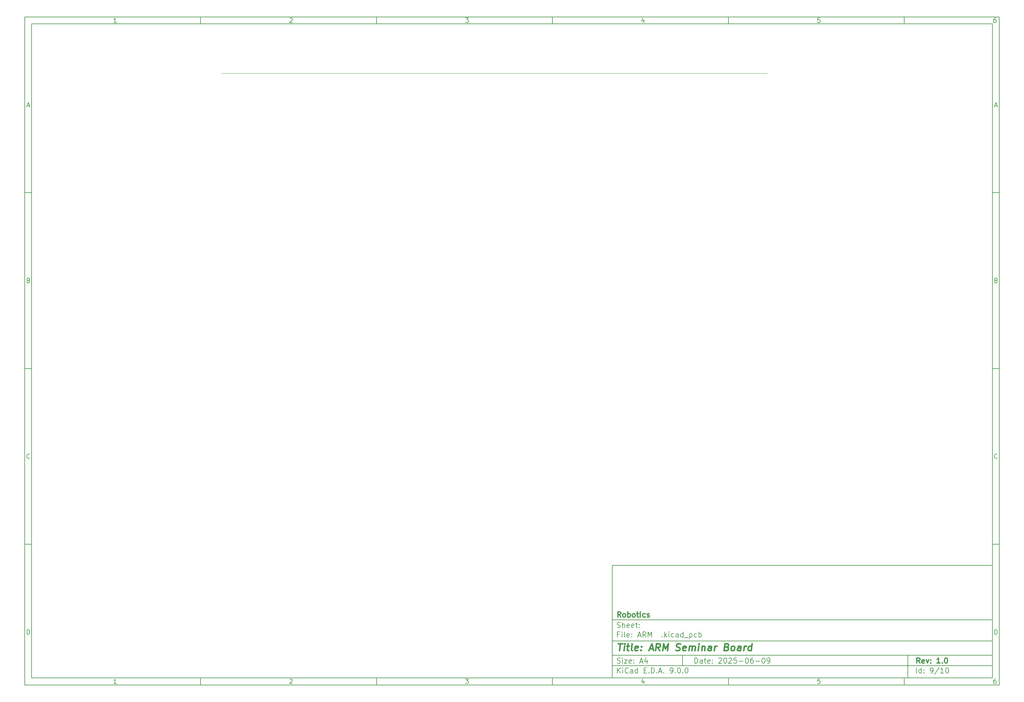
<source format=gbr>
G04 #@! TF.GenerationSoftware,KiCad,Pcbnew,9.0.0*
G04 #@! TF.CreationDate,2025-06-10T17:59:39+09:00*
G04 #@! TF.ProjectId,ARM ___ __,41524d20-38f8-4982-90f4-dc2e6b696361,1.0*
G04 #@! TF.SameCoordinates,Original*
G04 #@! TF.FileFunction,Other,ECO1*
%FSLAX46Y46*%
G04 Gerber Fmt 4.6, Leading zero omitted, Abs format (unit mm)*
G04 Created by KiCad (PCBNEW 9.0.0) date 2025-06-10 17:59:39*
%MOMM*%
%LPD*%
G01*
G04 APERTURE LIST*
%ADD10C,0.100000*%
%ADD11C,0.150000*%
%ADD12C,0.300000*%
%ADD13C,0.400000*%
G04 APERTURE END LIST*
D10*
D11*
X177002200Y-166007200D02*
X285002200Y-166007200D01*
X285002200Y-198007200D01*
X177002200Y-198007200D01*
X177002200Y-166007200D01*
D10*
D11*
X10000000Y-10000000D02*
X287002200Y-10000000D01*
X287002200Y-200007200D01*
X10000000Y-200007200D01*
X10000000Y-10000000D01*
D10*
D11*
X12000000Y-12000000D02*
X285002200Y-12000000D01*
X285002200Y-198007200D01*
X12000000Y-198007200D01*
X12000000Y-12000000D01*
D10*
D11*
X60000000Y-12000000D02*
X60000000Y-10000000D01*
D10*
D11*
X110000000Y-12000000D02*
X110000000Y-10000000D01*
D10*
D11*
X160000000Y-12000000D02*
X160000000Y-10000000D01*
D10*
D11*
X210000000Y-12000000D02*
X210000000Y-10000000D01*
D10*
D11*
X260000000Y-12000000D02*
X260000000Y-10000000D01*
D10*
D11*
X36089160Y-11593604D02*
X35346303Y-11593604D01*
X35717731Y-11593604D02*
X35717731Y-10293604D01*
X35717731Y-10293604D02*
X35593922Y-10479319D01*
X35593922Y-10479319D02*
X35470112Y-10603128D01*
X35470112Y-10603128D02*
X35346303Y-10665033D01*
D10*
D11*
X85346303Y-10417414D02*
X85408207Y-10355509D01*
X85408207Y-10355509D02*
X85532017Y-10293604D01*
X85532017Y-10293604D02*
X85841541Y-10293604D01*
X85841541Y-10293604D02*
X85965350Y-10355509D01*
X85965350Y-10355509D02*
X86027255Y-10417414D01*
X86027255Y-10417414D02*
X86089160Y-10541223D01*
X86089160Y-10541223D02*
X86089160Y-10665033D01*
X86089160Y-10665033D02*
X86027255Y-10850747D01*
X86027255Y-10850747D02*
X85284398Y-11593604D01*
X85284398Y-11593604D02*
X86089160Y-11593604D01*
D10*
D11*
X135284398Y-10293604D02*
X136089160Y-10293604D01*
X136089160Y-10293604D02*
X135655826Y-10788842D01*
X135655826Y-10788842D02*
X135841541Y-10788842D01*
X135841541Y-10788842D02*
X135965350Y-10850747D01*
X135965350Y-10850747D02*
X136027255Y-10912652D01*
X136027255Y-10912652D02*
X136089160Y-11036461D01*
X136089160Y-11036461D02*
X136089160Y-11345985D01*
X136089160Y-11345985D02*
X136027255Y-11469795D01*
X136027255Y-11469795D02*
X135965350Y-11531700D01*
X135965350Y-11531700D02*
X135841541Y-11593604D01*
X135841541Y-11593604D02*
X135470112Y-11593604D01*
X135470112Y-11593604D02*
X135346303Y-11531700D01*
X135346303Y-11531700D02*
X135284398Y-11469795D01*
D10*
D11*
X185965350Y-10726938D02*
X185965350Y-11593604D01*
X185655826Y-10231700D02*
X185346303Y-11160271D01*
X185346303Y-11160271D02*
X186151064Y-11160271D01*
D10*
D11*
X236027255Y-10293604D02*
X235408207Y-10293604D01*
X235408207Y-10293604D02*
X235346303Y-10912652D01*
X235346303Y-10912652D02*
X235408207Y-10850747D01*
X235408207Y-10850747D02*
X235532017Y-10788842D01*
X235532017Y-10788842D02*
X235841541Y-10788842D01*
X235841541Y-10788842D02*
X235965350Y-10850747D01*
X235965350Y-10850747D02*
X236027255Y-10912652D01*
X236027255Y-10912652D02*
X236089160Y-11036461D01*
X236089160Y-11036461D02*
X236089160Y-11345985D01*
X236089160Y-11345985D02*
X236027255Y-11469795D01*
X236027255Y-11469795D02*
X235965350Y-11531700D01*
X235965350Y-11531700D02*
X235841541Y-11593604D01*
X235841541Y-11593604D02*
X235532017Y-11593604D01*
X235532017Y-11593604D02*
X235408207Y-11531700D01*
X235408207Y-11531700D02*
X235346303Y-11469795D01*
D10*
D11*
X285965350Y-10293604D02*
X285717731Y-10293604D01*
X285717731Y-10293604D02*
X285593922Y-10355509D01*
X285593922Y-10355509D02*
X285532017Y-10417414D01*
X285532017Y-10417414D02*
X285408207Y-10603128D01*
X285408207Y-10603128D02*
X285346303Y-10850747D01*
X285346303Y-10850747D02*
X285346303Y-11345985D01*
X285346303Y-11345985D02*
X285408207Y-11469795D01*
X285408207Y-11469795D02*
X285470112Y-11531700D01*
X285470112Y-11531700D02*
X285593922Y-11593604D01*
X285593922Y-11593604D02*
X285841541Y-11593604D01*
X285841541Y-11593604D02*
X285965350Y-11531700D01*
X285965350Y-11531700D02*
X286027255Y-11469795D01*
X286027255Y-11469795D02*
X286089160Y-11345985D01*
X286089160Y-11345985D02*
X286089160Y-11036461D01*
X286089160Y-11036461D02*
X286027255Y-10912652D01*
X286027255Y-10912652D02*
X285965350Y-10850747D01*
X285965350Y-10850747D02*
X285841541Y-10788842D01*
X285841541Y-10788842D02*
X285593922Y-10788842D01*
X285593922Y-10788842D02*
X285470112Y-10850747D01*
X285470112Y-10850747D02*
X285408207Y-10912652D01*
X285408207Y-10912652D02*
X285346303Y-11036461D01*
D10*
D11*
X60000000Y-198007200D02*
X60000000Y-200007200D01*
D10*
D11*
X110000000Y-198007200D02*
X110000000Y-200007200D01*
D10*
D11*
X160000000Y-198007200D02*
X160000000Y-200007200D01*
D10*
D11*
X210000000Y-198007200D02*
X210000000Y-200007200D01*
D10*
D11*
X260000000Y-198007200D02*
X260000000Y-200007200D01*
D10*
D11*
X36089160Y-199600804D02*
X35346303Y-199600804D01*
X35717731Y-199600804D02*
X35717731Y-198300804D01*
X35717731Y-198300804D02*
X35593922Y-198486519D01*
X35593922Y-198486519D02*
X35470112Y-198610328D01*
X35470112Y-198610328D02*
X35346303Y-198672233D01*
D10*
D11*
X85346303Y-198424614D02*
X85408207Y-198362709D01*
X85408207Y-198362709D02*
X85532017Y-198300804D01*
X85532017Y-198300804D02*
X85841541Y-198300804D01*
X85841541Y-198300804D02*
X85965350Y-198362709D01*
X85965350Y-198362709D02*
X86027255Y-198424614D01*
X86027255Y-198424614D02*
X86089160Y-198548423D01*
X86089160Y-198548423D02*
X86089160Y-198672233D01*
X86089160Y-198672233D02*
X86027255Y-198857947D01*
X86027255Y-198857947D02*
X85284398Y-199600804D01*
X85284398Y-199600804D02*
X86089160Y-199600804D01*
D10*
D11*
X135284398Y-198300804D02*
X136089160Y-198300804D01*
X136089160Y-198300804D02*
X135655826Y-198796042D01*
X135655826Y-198796042D02*
X135841541Y-198796042D01*
X135841541Y-198796042D02*
X135965350Y-198857947D01*
X135965350Y-198857947D02*
X136027255Y-198919852D01*
X136027255Y-198919852D02*
X136089160Y-199043661D01*
X136089160Y-199043661D02*
X136089160Y-199353185D01*
X136089160Y-199353185D02*
X136027255Y-199476995D01*
X136027255Y-199476995D02*
X135965350Y-199538900D01*
X135965350Y-199538900D02*
X135841541Y-199600804D01*
X135841541Y-199600804D02*
X135470112Y-199600804D01*
X135470112Y-199600804D02*
X135346303Y-199538900D01*
X135346303Y-199538900D02*
X135284398Y-199476995D01*
D10*
D11*
X185965350Y-198734138D02*
X185965350Y-199600804D01*
X185655826Y-198238900D02*
X185346303Y-199167471D01*
X185346303Y-199167471D02*
X186151064Y-199167471D01*
D10*
D11*
X236027255Y-198300804D02*
X235408207Y-198300804D01*
X235408207Y-198300804D02*
X235346303Y-198919852D01*
X235346303Y-198919852D02*
X235408207Y-198857947D01*
X235408207Y-198857947D02*
X235532017Y-198796042D01*
X235532017Y-198796042D02*
X235841541Y-198796042D01*
X235841541Y-198796042D02*
X235965350Y-198857947D01*
X235965350Y-198857947D02*
X236027255Y-198919852D01*
X236027255Y-198919852D02*
X236089160Y-199043661D01*
X236089160Y-199043661D02*
X236089160Y-199353185D01*
X236089160Y-199353185D02*
X236027255Y-199476995D01*
X236027255Y-199476995D02*
X235965350Y-199538900D01*
X235965350Y-199538900D02*
X235841541Y-199600804D01*
X235841541Y-199600804D02*
X235532017Y-199600804D01*
X235532017Y-199600804D02*
X235408207Y-199538900D01*
X235408207Y-199538900D02*
X235346303Y-199476995D01*
D10*
D11*
X285965350Y-198300804D02*
X285717731Y-198300804D01*
X285717731Y-198300804D02*
X285593922Y-198362709D01*
X285593922Y-198362709D02*
X285532017Y-198424614D01*
X285532017Y-198424614D02*
X285408207Y-198610328D01*
X285408207Y-198610328D02*
X285346303Y-198857947D01*
X285346303Y-198857947D02*
X285346303Y-199353185D01*
X285346303Y-199353185D02*
X285408207Y-199476995D01*
X285408207Y-199476995D02*
X285470112Y-199538900D01*
X285470112Y-199538900D02*
X285593922Y-199600804D01*
X285593922Y-199600804D02*
X285841541Y-199600804D01*
X285841541Y-199600804D02*
X285965350Y-199538900D01*
X285965350Y-199538900D02*
X286027255Y-199476995D01*
X286027255Y-199476995D02*
X286089160Y-199353185D01*
X286089160Y-199353185D02*
X286089160Y-199043661D01*
X286089160Y-199043661D02*
X286027255Y-198919852D01*
X286027255Y-198919852D02*
X285965350Y-198857947D01*
X285965350Y-198857947D02*
X285841541Y-198796042D01*
X285841541Y-198796042D02*
X285593922Y-198796042D01*
X285593922Y-198796042D02*
X285470112Y-198857947D01*
X285470112Y-198857947D02*
X285408207Y-198919852D01*
X285408207Y-198919852D02*
X285346303Y-199043661D01*
D10*
D11*
X10000000Y-60000000D02*
X12000000Y-60000000D01*
D10*
D11*
X10000000Y-110000000D02*
X12000000Y-110000000D01*
D10*
D11*
X10000000Y-160000000D02*
X12000000Y-160000000D01*
D10*
D11*
X10690476Y-35222176D02*
X11309523Y-35222176D01*
X10566666Y-35593604D02*
X10999999Y-34293604D01*
X10999999Y-34293604D02*
X11433333Y-35593604D01*
D10*
D11*
X11092857Y-84912652D02*
X11278571Y-84974557D01*
X11278571Y-84974557D02*
X11340476Y-85036461D01*
X11340476Y-85036461D02*
X11402380Y-85160271D01*
X11402380Y-85160271D02*
X11402380Y-85345985D01*
X11402380Y-85345985D02*
X11340476Y-85469795D01*
X11340476Y-85469795D02*
X11278571Y-85531700D01*
X11278571Y-85531700D02*
X11154761Y-85593604D01*
X11154761Y-85593604D02*
X10659523Y-85593604D01*
X10659523Y-85593604D02*
X10659523Y-84293604D01*
X10659523Y-84293604D02*
X11092857Y-84293604D01*
X11092857Y-84293604D02*
X11216666Y-84355509D01*
X11216666Y-84355509D02*
X11278571Y-84417414D01*
X11278571Y-84417414D02*
X11340476Y-84541223D01*
X11340476Y-84541223D02*
X11340476Y-84665033D01*
X11340476Y-84665033D02*
X11278571Y-84788842D01*
X11278571Y-84788842D02*
X11216666Y-84850747D01*
X11216666Y-84850747D02*
X11092857Y-84912652D01*
X11092857Y-84912652D02*
X10659523Y-84912652D01*
D10*
D11*
X11402380Y-135469795D02*
X11340476Y-135531700D01*
X11340476Y-135531700D02*
X11154761Y-135593604D01*
X11154761Y-135593604D02*
X11030952Y-135593604D01*
X11030952Y-135593604D02*
X10845238Y-135531700D01*
X10845238Y-135531700D02*
X10721428Y-135407890D01*
X10721428Y-135407890D02*
X10659523Y-135284080D01*
X10659523Y-135284080D02*
X10597619Y-135036461D01*
X10597619Y-135036461D02*
X10597619Y-134850747D01*
X10597619Y-134850747D02*
X10659523Y-134603128D01*
X10659523Y-134603128D02*
X10721428Y-134479319D01*
X10721428Y-134479319D02*
X10845238Y-134355509D01*
X10845238Y-134355509D02*
X11030952Y-134293604D01*
X11030952Y-134293604D02*
X11154761Y-134293604D01*
X11154761Y-134293604D02*
X11340476Y-134355509D01*
X11340476Y-134355509D02*
X11402380Y-134417414D01*
D10*
D11*
X10659523Y-185593604D02*
X10659523Y-184293604D01*
X10659523Y-184293604D02*
X10969047Y-184293604D01*
X10969047Y-184293604D02*
X11154761Y-184355509D01*
X11154761Y-184355509D02*
X11278571Y-184479319D01*
X11278571Y-184479319D02*
X11340476Y-184603128D01*
X11340476Y-184603128D02*
X11402380Y-184850747D01*
X11402380Y-184850747D02*
X11402380Y-185036461D01*
X11402380Y-185036461D02*
X11340476Y-185284080D01*
X11340476Y-185284080D02*
X11278571Y-185407890D01*
X11278571Y-185407890D02*
X11154761Y-185531700D01*
X11154761Y-185531700D02*
X10969047Y-185593604D01*
X10969047Y-185593604D02*
X10659523Y-185593604D01*
D10*
D11*
X287002200Y-60000000D02*
X285002200Y-60000000D01*
D10*
D11*
X287002200Y-110000000D02*
X285002200Y-110000000D01*
D10*
D11*
X287002200Y-160000000D02*
X285002200Y-160000000D01*
D10*
D11*
X285692676Y-35222176D02*
X286311723Y-35222176D01*
X285568866Y-35593604D02*
X286002199Y-34293604D01*
X286002199Y-34293604D02*
X286435533Y-35593604D01*
D10*
D11*
X286095057Y-84912652D02*
X286280771Y-84974557D01*
X286280771Y-84974557D02*
X286342676Y-85036461D01*
X286342676Y-85036461D02*
X286404580Y-85160271D01*
X286404580Y-85160271D02*
X286404580Y-85345985D01*
X286404580Y-85345985D02*
X286342676Y-85469795D01*
X286342676Y-85469795D02*
X286280771Y-85531700D01*
X286280771Y-85531700D02*
X286156961Y-85593604D01*
X286156961Y-85593604D02*
X285661723Y-85593604D01*
X285661723Y-85593604D02*
X285661723Y-84293604D01*
X285661723Y-84293604D02*
X286095057Y-84293604D01*
X286095057Y-84293604D02*
X286218866Y-84355509D01*
X286218866Y-84355509D02*
X286280771Y-84417414D01*
X286280771Y-84417414D02*
X286342676Y-84541223D01*
X286342676Y-84541223D02*
X286342676Y-84665033D01*
X286342676Y-84665033D02*
X286280771Y-84788842D01*
X286280771Y-84788842D02*
X286218866Y-84850747D01*
X286218866Y-84850747D02*
X286095057Y-84912652D01*
X286095057Y-84912652D02*
X285661723Y-84912652D01*
D10*
D11*
X286404580Y-135469795D02*
X286342676Y-135531700D01*
X286342676Y-135531700D02*
X286156961Y-135593604D01*
X286156961Y-135593604D02*
X286033152Y-135593604D01*
X286033152Y-135593604D02*
X285847438Y-135531700D01*
X285847438Y-135531700D02*
X285723628Y-135407890D01*
X285723628Y-135407890D02*
X285661723Y-135284080D01*
X285661723Y-135284080D02*
X285599819Y-135036461D01*
X285599819Y-135036461D02*
X285599819Y-134850747D01*
X285599819Y-134850747D02*
X285661723Y-134603128D01*
X285661723Y-134603128D02*
X285723628Y-134479319D01*
X285723628Y-134479319D02*
X285847438Y-134355509D01*
X285847438Y-134355509D02*
X286033152Y-134293604D01*
X286033152Y-134293604D02*
X286156961Y-134293604D01*
X286156961Y-134293604D02*
X286342676Y-134355509D01*
X286342676Y-134355509D02*
X286404580Y-134417414D01*
D10*
D11*
X285661723Y-185593604D02*
X285661723Y-184293604D01*
X285661723Y-184293604D02*
X285971247Y-184293604D01*
X285971247Y-184293604D02*
X286156961Y-184355509D01*
X286156961Y-184355509D02*
X286280771Y-184479319D01*
X286280771Y-184479319D02*
X286342676Y-184603128D01*
X286342676Y-184603128D02*
X286404580Y-184850747D01*
X286404580Y-184850747D02*
X286404580Y-185036461D01*
X286404580Y-185036461D02*
X286342676Y-185284080D01*
X286342676Y-185284080D02*
X286280771Y-185407890D01*
X286280771Y-185407890D02*
X286156961Y-185531700D01*
X286156961Y-185531700D02*
X285971247Y-185593604D01*
X285971247Y-185593604D02*
X285661723Y-185593604D01*
D10*
D11*
X200458026Y-193793328D02*
X200458026Y-192293328D01*
X200458026Y-192293328D02*
X200815169Y-192293328D01*
X200815169Y-192293328D02*
X201029455Y-192364757D01*
X201029455Y-192364757D02*
X201172312Y-192507614D01*
X201172312Y-192507614D02*
X201243741Y-192650471D01*
X201243741Y-192650471D02*
X201315169Y-192936185D01*
X201315169Y-192936185D02*
X201315169Y-193150471D01*
X201315169Y-193150471D02*
X201243741Y-193436185D01*
X201243741Y-193436185D02*
X201172312Y-193579042D01*
X201172312Y-193579042D02*
X201029455Y-193721900D01*
X201029455Y-193721900D02*
X200815169Y-193793328D01*
X200815169Y-193793328D02*
X200458026Y-193793328D01*
X202600884Y-193793328D02*
X202600884Y-193007614D01*
X202600884Y-193007614D02*
X202529455Y-192864757D01*
X202529455Y-192864757D02*
X202386598Y-192793328D01*
X202386598Y-192793328D02*
X202100884Y-192793328D01*
X202100884Y-192793328D02*
X201958026Y-192864757D01*
X202600884Y-193721900D02*
X202458026Y-193793328D01*
X202458026Y-193793328D02*
X202100884Y-193793328D01*
X202100884Y-193793328D02*
X201958026Y-193721900D01*
X201958026Y-193721900D02*
X201886598Y-193579042D01*
X201886598Y-193579042D02*
X201886598Y-193436185D01*
X201886598Y-193436185D02*
X201958026Y-193293328D01*
X201958026Y-193293328D02*
X202100884Y-193221900D01*
X202100884Y-193221900D02*
X202458026Y-193221900D01*
X202458026Y-193221900D02*
X202600884Y-193150471D01*
X203100884Y-192793328D02*
X203672312Y-192793328D01*
X203315169Y-192293328D02*
X203315169Y-193579042D01*
X203315169Y-193579042D02*
X203386598Y-193721900D01*
X203386598Y-193721900D02*
X203529455Y-193793328D01*
X203529455Y-193793328D02*
X203672312Y-193793328D01*
X204743741Y-193721900D02*
X204600884Y-193793328D01*
X204600884Y-193793328D02*
X204315170Y-193793328D01*
X204315170Y-193793328D02*
X204172312Y-193721900D01*
X204172312Y-193721900D02*
X204100884Y-193579042D01*
X204100884Y-193579042D02*
X204100884Y-193007614D01*
X204100884Y-193007614D02*
X204172312Y-192864757D01*
X204172312Y-192864757D02*
X204315170Y-192793328D01*
X204315170Y-192793328D02*
X204600884Y-192793328D01*
X204600884Y-192793328D02*
X204743741Y-192864757D01*
X204743741Y-192864757D02*
X204815170Y-193007614D01*
X204815170Y-193007614D02*
X204815170Y-193150471D01*
X204815170Y-193150471D02*
X204100884Y-193293328D01*
X205458026Y-193650471D02*
X205529455Y-193721900D01*
X205529455Y-193721900D02*
X205458026Y-193793328D01*
X205458026Y-193793328D02*
X205386598Y-193721900D01*
X205386598Y-193721900D02*
X205458026Y-193650471D01*
X205458026Y-193650471D02*
X205458026Y-193793328D01*
X205458026Y-192864757D02*
X205529455Y-192936185D01*
X205529455Y-192936185D02*
X205458026Y-193007614D01*
X205458026Y-193007614D02*
X205386598Y-192936185D01*
X205386598Y-192936185D02*
X205458026Y-192864757D01*
X205458026Y-192864757D02*
X205458026Y-193007614D01*
X207243741Y-192436185D02*
X207315169Y-192364757D01*
X207315169Y-192364757D02*
X207458027Y-192293328D01*
X207458027Y-192293328D02*
X207815169Y-192293328D01*
X207815169Y-192293328D02*
X207958027Y-192364757D01*
X207958027Y-192364757D02*
X208029455Y-192436185D01*
X208029455Y-192436185D02*
X208100884Y-192579042D01*
X208100884Y-192579042D02*
X208100884Y-192721900D01*
X208100884Y-192721900D02*
X208029455Y-192936185D01*
X208029455Y-192936185D02*
X207172312Y-193793328D01*
X207172312Y-193793328D02*
X208100884Y-193793328D01*
X209029455Y-192293328D02*
X209172312Y-192293328D01*
X209172312Y-192293328D02*
X209315169Y-192364757D01*
X209315169Y-192364757D02*
X209386598Y-192436185D01*
X209386598Y-192436185D02*
X209458026Y-192579042D01*
X209458026Y-192579042D02*
X209529455Y-192864757D01*
X209529455Y-192864757D02*
X209529455Y-193221900D01*
X209529455Y-193221900D02*
X209458026Y-193507614D01*
X209458026Y-193507614D02*
X209386598Y-193650471D01*
X209386598Y-193650471D02*
X209315169Y-193721900D01*
X209315169Y-193721900D02*
X209172312Y-193793328D01*
X209172312Y-193793328D02*
X209029455Y-193793328D01*
X209029455Y-193793328D02*
X208886598Y-193721900D01*
X208886598Y-193721900D02*
X208815169Y-193650471D01*
X208815169Y-193650471D02*
X208743740Y-193507614D01*
X208743740Y-193507614D02*
X208672312Y-193221900D01*
X208672312Y-193221900D02*
X208672312Y-192864757D01*
X208672312Y-192864757D02*
X208743740Y-192579042D01*
X208743740Y-192579042D02*
X208815169Y-192436185D01*
X208815169Y-192436185D02*
X208886598Y-192364757D01*
X208886598Y-192364757D02*
X209029455Y-192293328D01*
X210100883Y-192436185D02*
X210172311Y-192364757D01*
X210172311Y-192364757D02*
X210315169Y-192293328D01*
X210315169Y-192293328D02*
X210672311Y-192293328D01*
X210672311Y-192293328D02*
X210815169Y-192364757D01*
X210815169Y-192364757D02*
X210886597Y-192436185D01*
X210886597Y-192436185D02*
X210958026Y-192579042D01*
X210958026Y-192579042D02*
X210958026Y-192721900D01*
X210958026Y-192721900D02*
X210886597Y-192936185D01*
X210886597Y-192936185D02*
X210029454Y-193793328D01*
X210029454Y-193793328D02*
X210958026Y-193793328D01*
X212315168Y-192293328D02*
X211600882Y-192293328D01*
X211600882Y-192293328D02*
X211529454Y-193007614D01*
X211529454Y-193007614D02*
X211600882Y-192936185D01*
X211600882Y-192936185D02*
X211743740Y-192864757D01*
X211743740Y-192864757D02*
X212100882Y-192864757D01*
X212100882Y-192864757D02*
X212243740Y-192936185D01*
X212243740Y-192936185D02*
X212315168Y-193007614D01*
X212315168Y-193007614D02*
X212386597Y-193150471D01*
X212386597Y-193150471D02*
X212386597Y-193507614D01*
X212386597Y-193507614D02*
X212315168Y-193650471D01*
X212315168Y-193650471D02*
X212243740Y-193721900D01*
X212243740Y-193721900D02*
X212100882Y-193793328D01*
X212100882Y-193793328D02*
X211743740Y-193793328D01*
X211743740Y-193793328D02*
X211600882Y-193721900D01*
X211600882Y-193721900D02*
X211529454Y-193650471D01*
X213029453Y-193221900D02*
X214172311Y-193221900D01*
X215172311Y-192293328D02*
X215315168Y-192293328D01*
X215315168Y-192293328D02*
X215458025Y-192364757D01*
X215458025Y-192364757D02*
X215529454Y-192436185D01*
X215529454Y-192436185D02*
X215600882Y-192579042D01*
X215600882Y-192579042D02*
X215672311Y-192864757D01*
X215672311Y-192864757D02*
X215672311Y-193221900D01*
X215672311Y-193221900D02*
X215600882Y-193507614D01*
X215600882Y-193507614D02*
X215529454Y-193650471D01*
X215529454Y-193650471D02*
X215458025Y-193721900D01*
X215458025Y-193721900D02*
X215315168Y-193793328D01*
X215315168Y-193793328D02*
X215172311Y-193793328D01*
X215172311Y-193793328D02*
X215029454Y-193721900D01*
X215029454Y-193721900D02*
X214958025Y-193650471D01*
X214958025Y-193650471D02*
X214886596Y-193507614D01*
X214886596Y-193507614D02*
X214815168Y-193221900D01*
X214815168Y-193221900D02*
X214815168Y-192864757D01*
X214815168Y-192864757D02*
X214886596Y-192579042D01*
X214886596Y-192579042D02*
X214958025Y-192436185D01*
X214958025Y-192436185D02*
X215029454Y-192364757D01*
X215029454Y-192364757D02*
X215172311Y-192293328D01*
X216958025Y-192293328D02*
X216672310Y-192293328D01*
X216672310Y-192293328D02*
X216529453Y-192364757D01*
X216529453Y-192364757D02*
X216458025Y-192436185D01*
X216458025Y-192436185D02*
X216315167Y-192650471D01*
X216315167Y-192650471D02*
X216243739Y-192936185D01*
X216243739Y-192936185D02*
X216243739Y-193507614D01*
X216243739Y-193507614D02*
X216315167Y-193650471D01*
X216315167Y-193650471D02*
X216386596Y-193721900D01*
X216386596Y-193721900D02*
X216529453Y-193793328D01*
X216529453Y-193793328D02*
X216815167Y-193793328D01*
X216815167Y-193793328D02*
X216958025Y-193721900D01*
X216958025Y-193721900D02*
X217029453Y-193650471D01*
X217029453Y-193650471D02*
X217100882Y-193507614D01*
X217100882Y-193507614D02*
X217100882Y-193150471D01*
X217100882Y-193150471D02*
X217029453Y-193007614D01*
X217029453Y-193007614D02*
X216958025Y-192936185D01*
X216958025Y-192936185D02*
X216815167Y-192864757D01*
X216815167Y-192864757D02*
X216529453Y-192864757D01*
X216529453Y-192864757D02*
X216386596Y-192936185D01*
X216386596Y-192936185D02*
X216315167Y-193007614D01*
X216315167Y-193007614D02*
X216243739Y-193150471D01*
X217743738Y-193221900D02*
X218886596Y-193221900D01*
X219886596Y-192293328D02*
X220029453Y-192293328D01*
X220029453Y-192293328D02*
X220172310Y-192364757D01*
X220172310Y-192364757D02*
X220243739Y-192436185D01*
X220243739Y-192436185D02*
X220315167Y-192579042D01*
X220315167Y-192579042D02*
X220386596Y-192864757D01*
X220386596Y-192864757D02*
X220386596Y-193221900D01*
X220386596Y-193221900D02*
X220315167Y-193507614D01*
X220315167Y-193507614D02*
X220243739Y-193650471D01*
X220243739Y-193650471D02*
X220172310Y-193721900D01*
X220172310Y-193721900D02*
X220029453Y-193793328D01*
X220029453Y-193793328D02*
X219886596Y-193793328D01*
X219886596Y-193793328D02*
X219743739Y-193721900D01*
X219743739Y-193721900D02*
X219672310Y-193650471D01*
X219672310Y-193650471D02*
X219600881Y-193507614D01*
X219600881Y-193507614D02*
X219529453Y-193221900D01*
X219529453Y-193221900D02*
X219529453Y-192864757D01*
X219529453Y-192864757D02*
X219600881Y-192579042D01*
X219600881Y-192579042D02*
X219672310Y-192436185D01*
X219672310Y-192436185D02*
X219743739Y-192364757D01*
X219743739Y-192364757D02*
X219886596Y-192293328D01*
X221100881Y-193793328D02*
X221386595Y-193793328D01*
X221386595Y-193793328D02*
X221529452Y-193721900D01*
X221529452Y-193721900D02*
X221600881Y-193650471D01*
X221600881Y-193650471D02*
X221743738Y-193436185D01*
X221743738Y-193436185D02*
X221815167Y-193150471D01*
X221815167Y-193150471D02*
X221815167Y-192579042D01*
X221815167Y-192579042D02*
X221743738Y-192436185D01*
X221743738Y-192436185D02*
X221672310Y-192364757D01*
X221672310Y-192364757D02*
X221529452Y-192293328D01*
X221529452Y-192293328D02*
X221243738Y-192293328D01*
X221243738Y-192293328D02*
X221100881Y-192364757D01*
X221100881Y-192364757D02*
X221029452Y-192436185D01*
X221029452Y-192436185D02*
X220958024Y-192579042D01*
X220958024Y-192579042D02*
X220958024Y-192936185D01*
X220958024Y-192936185D02*
X221029452Y-193079042D01*
X221029452Y-193079042D02*
X221100881Y-193150471D01*
X221100881Y-193150471D02*
X221243738Y-193221900D01*
X221243738Y-193221900D02*
X221529452Y-193221900D01*
X221529452Y-193221900D02*
X221672310Y-193150471D01*
X221672310Y-193150471D02*
X221743738Y-193079042D01*
X221743738Y-193079042D02*
X221815167Y-192936185D01*
D10*
D11*
X177002200Y-194507200D02*
X285002200Y-194507200D01*
D10*
D11*
X178458026Y-196593328D02*
X178458026Y-195093328D01*
X179315169Y-196593328D02*
X178672312Y-195736185D01*
X179315169Y-195093328D02*
X178458026Y-195950471D01*
X179958026Y-196593328D02*
X179958026Y-195593328D01*
X179958026Y-195093328D02*
X179886598Y-195164757D01*
X179886598Y-195164757D02*
X179958026Y-195236185D01*
X179958026Y-195236185D02*
X180029455Y-195164757D01*
X180029455Y-195164757D02*
X179958026Y-195093328D01*
X179958026Y-195093328D02*
X179958026Y-195236185D01*
X181529455Y-196450471D02*
X181458027Y-196521900D01*
X181458027Y-196521900D02*
X181243741Y-196593328D01*
X181243741Y-196593328D02*
X181100884Y-196593328D01*
X181100884Y-196593328D02*
X180886598Y-196521900D01*
X180886598Y-196521900D02*
X180743741Y-196379042D01*
X180743741Y-196379042D02*
X180672312Y-196236185D01*
X180672312Y-196236185D02*
X180600884Y-195950471D01*
X180600884Y-195950471D02*
X180600884Y-195736185D01*
X180600884Y-195736185D02*
X180672312Y-195450471D01*
X180672312Y-195450471D02*
X180743741Y-195307614D01*
X180743741Y-195307614D02*
X180886598Y-195164757D01*
X180886598Y-195164757D02*
X181100884Y-195093328D01*
X181100884Y-195093328D02*
X181243741Y-195093328D01*
X181243741Y-195093328D02*
X181458027Y-195164757D01*
X181458027Y-195164757D02*
X181529455Y-195236185D01*
X182815170Y-196593328D02*
X182815170Y-195807614D01*
X182815170Y-195807614D02*
X182743741Y-195664757D01*
X182743741Y-195664757D02*
X182600884Y-195593328D01*
X182600884Y-195593328D02*
X182315170Y-195593328D01*
X182315170Y-195593328D02*
X182172312Y-195664757D01*
X182815170Y-196521900D02*
X182672312Y-196593328D01*
X182672312Y-196593328D02*
X182315170Y-196593328D01*
X182315170Y-196593328D02*
X182172312Y-196521900D01*
X182172312Y-196521900D02*
X182100884Y-196379042D01*
X182100884Y-196379042D02*
X182100884Y-196236185D01*
X182100884Y-196236185D02*
X182172312Y-196093328D01*
X182172312Y-196093328D02*
X182315170Y-196021900D01*
X182315170Y-196021900D02*
X182672312Y-196021900D01*
X182672312Y-196021900D02*
X182815170Y-195950471D01*
X184172313Y-196593328D02*
X184172313Y-195093328D01*
X184172313Y-196521900D02*
X184029455Y-196593328D01*
X184029455Y-196593328D02*
X183743741Y-196593328D01*
X183743741Y-196593328D02*
X183600884Y-196521900D01*
X183600884Y-196521900D02*
X183529455Y-196450471D01*
X183529455Y-196450471D02*
X183458027Y-196307614D01*
X183458027Y-196307614D02*
X183458027Y-195879042D01*
X183458027Y-195879042D02*
X183529455Y-195736185D01*
X183529455Y-195736185D02*
X183600884Y-195664757D01*
X183600884Y-195664757D02*
X183743741Y-195593328D01*
X183743741Y-195593328D02*
X184029455Y-195593328D01*
X184029455Y-195593328D02*
X184172313Y-195664757D01*
X186029455Y-195807614D02*
X186529455Y-195807614D01*
X186743741Y-196593328D02*
X186029455Y-196593328D01*
X186029455Y-196593328D02*
X186029455Y-195093328D01*
X186029455Y-195093328D02*
X186743741Y-195093328D01*
X187386598Y-196450471D02*
X187458027Y-196521900D01*
X187458027Y-196521900D02*
X187386598Y-196593328D01*
X187386598Y-196593328D02*
X187315170Y-196521900D01*
X187315170Y-196521900D02*
X187386598Y-196450471D01*
X187386598Y-196450471D02*
X187386598Y-196593328D01*
X188100884Y-196593328D02*
X188100884Y-195093328D01*
X188100884Y-195093328D02*
X188458027Y-195093328D01*
X188458027Y-195093328D02*
X188672313Y-195164757D01*
X188672313Y-195164757D02*
X188815170Y-195307614D01*
X188815170Y-195307614D02*
X188886599Y-195450471D01*
X188886599Y-195450471D02*
X188958027Y-195736185D01*
X188958027Y-195736185D02*
X188958027Y-195950471D01*
X188958027Y-195950471D02*
X188886599Y-196236185D01*
X188886599Y-196236185D02*
X188815170Y-196379042D01*
X188815170Y-196379042D02*
X188672313Y-196521900D01*
X188672313Y-196521900D02*
X188458027Y-196593328D01*
X188458027Y-196593328D02*
X188100884Y-196593328D01*
X189600884Y-196450471D02*
X189672313Y-196521900D01*
X189672313Y-196521900D02*
X189600884Y-196593328D01*
X189600884Y-196593328D02*
X189529456Y-196521900D01*
X189529456Y-196521900D02*
X189600884Y-196450471D01*
X189600884Y-196450471D02*
X189600884Y-196593328D01*
X190243742Y-196164757D02*
X190958028Y-196164757D01*
X190100885Y-196593328D02*
X190600885Y-195093328D01*
X190600885Y-195093328D02*
X191100885Y-196593328D01*
X191600884Y-196450471D02*
X191672313Y-196521900D01*
X191672313Y-196521900D02*
X191600884Y-196593328D01*
X191600884Y-196593328D02*
X191529456Y-196521900D01*
X191529456Y-196521900D02*
X191600884Y-196450471D01*
X191600884Y-196450471D02*
X191600884Y-196593328D01*
X193529456Y-196593328D02*
X193815170Y-196593328D01*
X193815170Y-196593328D02*
X193958027Y-196521900D01*
X193958027Y-196521900D02*
X194029456Y-196450471D01*
X194029456Y-196450471D02*
X194172313Y-196236185D01*
X194172313Y-196236185D02*
X194243742Y-195950471D01*
X194243742Y-195950471D02*
X194243742Y-195379042D01*
X194243742Y-195379042D02*
X194172313Y-195236185D01*
X194172313Y-195236185D02*
X194100885Y-195164757D01*
X194100885Y-195164757D02*
X193958027Y-195093328D01*
X193958027Y-195093328D02*
X193672313Y-195093328D01*
X193672313Y-195093328D02*
X193529456Y-195164757D01*
X193529456Y-195164757D02*
X193458027Y-195236185D01*
X193458027Y-195236185D02*
X193386599Y-195379042D01*
X193386599Y-195379042D02*
X193386599Y-195736185D01*
X193386599Y-195736185D02*
X193458027Y-195879042D01*
X193458027Y-195879042D02*
X193529456Y-195950471D01*
X193529456Y-195950471D02*
X193672313Y-196021900D01*
X193672313Y-196021900D02*
X193958027Y-196021900D01*
X193958027Y-196021900D02*
X194100885Y-195950471D01*
X194100885Y-195950471D02*
X194172313Y-195879042D01*
X194172313Y-195879042D02*
X194243742Y-195736185D01*
X194886598Y-196450471D02*
X194958027Y-196521900D01*
X194958027Y-196521900D02*
X194886598Y-196593328D01*
X194886598Y-196593328D02*
X194815170Y-196521900D01*
X194815170Y-196521900D02*
X194886598Y-196450471D01*
X194886598Y-196450471D02*
X194886598Y-196593328D01*
X195886599Y-195093328D02*
X196029456Y-195093328D01*
X196029456Y-195093328D02*
X196172313Y-195164757D01*
X196172313Y-195164757D02*
X196243742Y-195236185D01*
X196243742Y-195236185D02*
X196315170Y-195379042D01*
X196315170Y-195379042D02*
X196386599Y-195664757D01*
X196386599Y-195664757D02*
X196386599Y-196021900D01*
X196386599Y-196021900D02*
X196315170Y-196307614D01*
X196315170Y-196307614D02*
X196243742Y-196450471D01*
X196243742Y-196450471D02*
X196172313Y-196521900D01*
X196172313Y-196521900D02*
X196029456Y-196593328D01*
X196029456Y-196593328D02*
X195886599Y-196593328D01*
X195886599Y-196593328D02*
X195743742Y-196521900D01*
X195743742Y-196521900D02*
X195672313Y-196450471D01*
X195672313Y-196450471D02*
X195600884Y-196307614D01*
X195600884Y-196307614D02*
X195529456Y-196021900D01*
X195529456Y-196021900D02*
X195529456Y-195664757D01*
X195529456Y-195664757D02*
X195600884Y-195379042D01*
X195600884Y-195379042D02*
X195672313Y-195236185D01*
X195672313Y-195236185D02*
X195743742Y-195164757D01*
X195743742Y-195164757D02*
X195886599Y-195093328D01*
X197029455Y-196450471D02*
X197100884Y-196521900D01*
X197100884Y-196521900D02*
X197029455Y-196593328D01*
X197029455Y-196593328D02*
X196958027Y-196521900D01*
X196958027Y-196521900D02*
X197029455Y-196450471D01*
X197029455Y-196450471D02*
X197029455Y-196593328D01*
X198029456Y-195093328D02*
X198172313Y-195093328D01*
X198172313Y-195093328D02*
X198315170Y-195164757D01*
X198315170Y-195164757D02*
X198386599Y-195236185D01*
X198386599Y-195236185D02*
X198458027Y-195379042D01*
X198458027Y-195379042D02*
X198529456Y-195664757D01*
X198529456Y-195664757D02*
X198529456Y-196021900D01*
X198529456Y-196021900D02*
X198458027Y-196307614D01*
X198458027Y-196307614D02*
X198386599Y-196450471D01*
X198386599Y-196450471D02*
X198315170Y-196521900D01*
X198315170Y-196521900D02*
X198172313Y-196593328D01*
X198172313Y-196593328D02*
X198029456Y-196593328D01*
X198029456Y-196593328D02*
X197886599Y-196521900D01*
X197886599Y-196521900D02*
X197815170Y-196450471D01*
X197815170Y-196450471D02*
X197743741Y-196307614D01*
X197743741Y-196307614D02*
X197672313Y-196021900D01*
X197672313Y-196021900D02*
X197672313Y-195664757D01*
X197672313Y-195664757D02*
X197743741Y-195379042D01*
X197743741Y-195379042D02*
X197815170Y-195236185D01*
X197815170Y-195236185D02*
X197886599Y-195164757D01*
X197886599Y-195164757D02*
X198029456Y-195093328D01*
D10*
D11*
X177002200Y-191507200D02*
X285002200Y-191507200D01*
D10*
D12*
X264413853Y-193785528D02*
X263913853Y-193071242D01*
X263556710Y-193785528D02*
X263556710Y-192285528D01*
X263556710Y-192285528D02*
X264128139Y-192285528D01*
X264128139Y-192285528D02*
X264270996Y-192356957D01*
X264270996Y-192356957D02*
X264342425Y-192428385D01*
X264342425Y-192428385D02*
X264413853Y-192571242D01*
X264413853Y-192571242D02*
X264413853Y-192785528D01*
X264413853Y-192785528D02*
X264342425Y-192928385D01*
X264342425Y-192928385D02*
X264270996Y-192999814D01*
X264270996Y-192999814D02*
X264128139Y-193071242D01*
X264128139Y-193071242D02*
X263556710Y-193071242D01*
X265628139Y-193714100D02*
X265485282Y-193785528D01*
X265485282Y-193785528D02*
X265199568Y-193785528D01*
X265199568Y-193785528D02*
X265056710Y-193714100D01*
X265056710Y-193714100D02*
X264985282Y-193571242D01*
X264985282Y-193571242D02*
X264985282Y-192999814D01*
X264985282Y-192999814D02*
X265056710Y-192856957D01*
X265056710Y-192856957D02*
X265199568Y-192785528D01*
X265199568Y-192785528D02*
X265485282Y-192785528D01*
X265485282Y-192785528D02*
X265628139Y-192856957D01*
X265628139Y-192856957D02*
X265699568Y-192999814D01*
X265699568Y-192999814D02*
X265699568Y-193142671D01*
X265699568Y-193142671D02*
X264985282Y-193285528D01*
X266199567Y-192785528D02*
X266556710Y-193785528D01*
X266556710Y-193785528D02*
X266913853Y-192785528D01*
X267485281Y-193642671D02*
X267556710Y-193714100D01*
X267556710Y-193714100D02*
X267485281Y-193785528D01*
X267485281Y-193785528D02*
X267413853Y-193714100D01*
X267413853Y-193714100D02*
X267485281Y-193642671D01*
X267485281Y-193642671D02*
X267485281Y-193785528D01*
X267485281Y-192856957D02*
X267556710Y-192928385D01*
X267556710Y-192928385D02*
X267485281Y-192999814D01*
X267485281Y-192999814D02*
X267413853Y-192928385D01*
X267413853Y-192928385D02*
X267485281Y-192856957D01*
X267485281Y-192856957D02*
X267485281Y-192999814D01*
X270128139Y-193785528D02*
X269270996Y-193785528D01*
X269699567Y-193785528D02*
X269699567Y-192285528D01*
X269699567Y-192285528D02*
X269556710Y-192499814D01*
X269556710Y-192499814D02*
X269413853Y-192642671D01*
X269413853Y-192642671D02*
X269270996Y-192714100D01*
X270770995Y-193642671D02*
X270842424Y-193714100D01*
X270842424Y-193714100D02*
X270770995Y-193785528D01*
X270770995Y-193785528D02*
X270699567Y-193714100D01*
X270699567Y-193714100D02*
X270770995Y-193642671D01*
X270770995Y-193642671D02*
X270770995Y-193785528D01*
X271770996Y-192285528D02*
X271913853Y-192285528D01*
X271913853Y-192285528D02*
X272056710Y-192356957D01*
X272056710Y-192356957D02*
X272128139Y-192428385D01*
X272128139Y-192428385D02*
X272199567Y-192571242D01*
X272199567Y-192571242D02*
X272270996Y-192856957D01*
X272270996Y-192856957D02*
X272270996Y-193214100D01*
X272270996Y-193214100D02*
X272199567Y-193499814D01*
X272199567Y-193499814D02*
X272128139Y-193642671D01*
X272128139Y-193642671D02*
X272056710Y-193714100D01*
X272056710Y-193714100D02*
X271913853Y-193785528D01*
X271913853Y-193785528D02*
X271770996Y-193785528D01*
X271770996Y-193785528D02*
X271628139Y-193714100D01*
X271628139Y-193714100D02*
X271556710Y-193642671D01*
X271556710Y-193642671D02*
X271485281Y-193499814D01*
X271485281Y-193499814D02*
X271413853Y-193214100D01*
X271413853Y-193214100D02*
X271413853Y-192856957D01*
X271413853Y-192856957D02*
X271485281Y-192571242D01*
X271485281Y-192571242D02*
X271556710Y-192428385D01*
X271556710Y-192428385D02*
X271628139Y-192356957D01*
X271628139Y-192356957D02*
X271770996Y-192285528D01*
D10*
D11*
X178386598Y-193721900D02*
X178600884Y-193793328D01*
X178600884Y-193793328D02*
X178958026Y-193793328D01*
X178958026Y-193793328D02*
X179100884Y-193721900D01*
X179100884Y-193721900D02*
X179172312Y-193650471D01*
X179172312Y-193650471D02*
X179243741Y-193507614D01*
X179243741Y-193507614D02*
X179243741Y-193364757D01*
X179243741Y-193364757D02*
X179172312Y-193221900D01*
X179172312Y-193221900D02*
X179100884Y-193150471D01*
X179100884Y-193150471D02*
X178958026Y-193079042D01*
X178958026Y-193079042D02*
X178672312Y-193007614D01*
X178672312Y-193007614D02*
X178529455Y-192936185D01*
X178529455Y-192936185D02*
X178458026Y-192864757D01*
X178458026Y-192864757D02*
X178386598Y-192721900D01*
X178386598Y-192721900D02*
X178386598Y-192579042D01*
X178386598Y-192579042D02*
X178458026Y-192436185D01*
X178458026Y-192436185D02*
X178529455Y-192364757D01*
X178529455Y-192364757D02*
X178672312Y-192293328D01*
X178672312Y-192293328D02*
X179029455Y-192293328D01*
X179029455Y-192293328D02*
X179243741Y-192364757D01*
X179886597Y-193793328D02*
X179886597Y-192793328D01*
X179886597Y-192293328D02*
X179815169Y-192364757D01*
X179815169Y-192364757D02*
X179886597Y-192436185D01*
X179886597Y-192436185D02*
X179958026Y-192364757D01*
X179958026Y-192364757D02*
X179886597Y-192293328D01*
X179886597Y-192293328D02*
X179886597Y-192436185D01*
X180458026Y-192793328D02*
X181243741Y-192793328D01*
X181243741Y-192793328D02*
X180458026Y-193793328D01*
X180458026Y-193793328D02*
X181243741Y-193793328D01*
X182386598Y-193721900D02*
X182243741Y-193793328D01*
X182243741Y-193793328D02*
X181958027Y-193793328D01*
X181958027Y-193793328D02*
X181815169Y-193721900D01*
X181815169Y-193721900D02*
X181743741Y-193579042D01*
X181743741Y-193579042D02*
X181743741Y-193007614D01*
X181743741Y-193007614D02*
X181815169Y-192864757D01*
X181815169Y-192864757D02*
X181958027Y-192793328D01*
X181958027Y-192793328D02*
X182243741Y-192793328D01*
X182243741Y-192793328D02*
X182386598Y-192864757D01*
X182386598Y-192864757D02*
X182458027Y-193007614D01*
X182458027Y-193007614D02*
X182458027Y-193150471D01*
X182458027Y-193150471D02*
X181743741Y-193293328D01*
X183100883Y-193650471D02*
X183172312Y-193721900D01*
X183172312Y-193721900D02*
X183100883Y-193793328D01*
X183100883Y-193793328D02*
X183029455Y-193721900D01*
X183029455Y-193721900D02*
X183100883Y-193650471D01*
X183100883Y-193650471D02*
X183100883Y-193793328D01*
X183100883Y-192864757D02*
X183172312Y-192936185D01*
X183172312Y-192936185D02*
X183100883Y-193007614D01*
X183100883Y-193007614D02*
X183029455Y-192936185D01*
X183029455Y-192936185D02*
X183100883Y-192864757D01*
X183100883Y-192864757D02*
X183100883Y-193007614D01*
X184886598Y-193364757D02*
X185600884Y-193364757D01*
X184743741Y-193793328D02*
X185243741Y-192293328D01*
X185243741Y-192293328D02*
X185743741Y-193793328D01*
X186886598Y-192793328D02*
X186886598Y-193793328D01*
X186529455Y-192221900D02*
X186172312Y-193293328D01*
X186172312Y-193293328D02*
X187100883Y-193293328D01*
D10*
D11*
X263458026Y-196593328D02*
X263458026Y-195093328D01*
X264815170Y-196593328D02*
X264815170Y-195093328D01*
X264815170Y-196521900D02*
X264672312Y-196593328D01*
X264672312Y-196593328D02*
X264386598Y-196593328D01*
X264386598Y-196593328D02*
X264243741Y-196521900D01*
X264243741Y-196521900D02*
X264172312Y-196450471D01*
X264172312Y-196450471D02*
X264100884Y-196307614D01*
X264100884Y-196307614D02*
X264100884Y-195879042D01*
X264100884Y-195879042D02*
X264172312Y-195736185D01*
X264172312Y-195736185D02*
X264243741Y-195664757D01*
X264243741Y-195664757D02*
X264386598Y-195593328D01*
X264386598Y-195593328D02*
X264672312Y-195593328D01*
X264672312Y-195593328D02*
X264815170Y-195664757D01*
X265529455Y-196450471D02*
X265600884Y-196521900D01*
X265600884Y-196521900D02*
X265529455Y-196593328D01*
X265529455Y-196593328D02*
X265458027Y-196521900D01*
X265458027Y-196521900D02*
X265529455Y-196450471D01*
X265529455Y-196450471D02*
X265529455Y-196593328D01*
X265529455Y-195664757D02*
X265600884Y-195736185D01*
X265600884Y-195736185D02*
X265529455Y-195807614D01*
X265529455Y-195807614D02*
X265458027Y-195736185D01*
X265458027Y-195736185D02*
X265529455Y-195664757D01*
X265529455Y-195664757D02*
X265529455Y-195807614D01*
X267458027Y-196593328D02*
X267743741Y-196593328D01*
X267743741Y-196593328D02*
X267886598Y-196521900D01*
X267886598Y-196521900D02*
X267958027Y-196450471D01*
X267958027Y-196450471D02*
X268100884Y-196236185D01*
X268100884Y-196236185D02*
X268172313Y-195950471D01*
X268172313Y-195950471D02*
X268172313Y-195379042D01*
X268172313Y-195379042D02*
X268100884Y-195236185D01*
X268100884Y-195236185D02*
X268029456Y-195164757D01*
X268029456Y-195164757D02*
X267886598Y-195093328D01*
X267886598Y-195093328D02*
X267600884Y-195093328D01*
X267600884Y-195093328D02*
X267458027Y-195164757D01*
X267458027Y-195164757D02*
X267386598Y-195236185D01*
X267386598Y-195236185D02*
X267315170Y-195379042D01*
X267315170Y-195379042D02*
X267315170Y-195736185D01*
X267315170Y-195736185D02*
X267386598Y-195879042D01*
X267386598Y-195879042D02*
X267458027Y-195950471D01*
X267458027Y-195950471D02*
X267600884Y-196021900D01*
X267600884Y-196021900D02*
X267886598Y-196021900D01*
X267886598Y-196021900D02*
X268029456Y-195950471D01*
X268029456Y-195950471D02*
X268100884Y-195879042D01*
X268100884Y-195879042D02*
X268172313Y-195736185D01*
X269886598Y-195021900D02*
X268600884Y-196950471D01*
X271172313Y-196593328D02*
X270315170Y-196593328D01*
X270743741Y-196593328D02*
X270743741Y-195093328D01*
X270743741Y-195093328D02*
X270600884Y-195307614D01*
X270600884Y-195307614D02*
X270458027Y-195450471D01*
X270458027Y-195450471D02*
X270315170Y-195521900D01*
X272100884Y-195093328D02*
X272243741Y-195093328D01*
X272243741Y-195093328D02*
X272386598Y-195164757D01*
X272386598Y-195164757D02*
X272458027Y-195236185D01*
X272458027Y-195236185D02*
X272529455Y-195379042D01*
X272529455Y-195379042D02*
X272600884Y-195664757D01*
X272600884Y-195664757D02*
X272600884Y-196021900D01*
X272600884Y-196021900D02*
X272529455Y-196307614D01*
X272529455Y-196307614D02*
X272458027Y-196450471D01*
X272458027Y-196450471D02*
X272386598Y-196521900D01*
X272386598Y-196521900D02*
X272243741Y-196593328D01*
X272243741Y-196593328D02*
X272100884Y-196593328D01*
X272100884Y-196593328D02*
X271958027Y-196521900D01*
X271958027Y-196521900D02*
X271886598Y-196450471D01*
X271886598Y-196450471D02*
X271815169Y-196307614D01*
X271815169Y-196307614D02*
X271743741Y-196021900D01*
X271743741Y-196021900D02*
X271743741Y-195664757D01*
X271743741Y-195664757D02*
X271815169Y-195379042D01*
X271815169Y-195379042D02*
X271886598Y-195236185D01*
X271886598Y-195236185D02*
X271958027Y-195164757D01*
X271958027Y-195164757D02*
X272100884Y-195093328D01*
D10*
D11*
X177002200Y-187507200D02*
X285002200Y-187507200D01*
D10*
D13*
X178693928Y-188211638D02*
X179836785Y-188211638D01*
X179015357Y-190211638D02*
X179265357Y-188211638D01*
X180253452Y-190211638D02*
X180420119Y-188878304D01*
X180503452Y-188211638D02*
X180396309Y-188306876D01*
X180396309Y-188306876D02*
X180479643Y-188402114D01*
X180479643Y-188402114D02*
X180586786Y-188306876D01*
X180586786Y-188306876D02*
X180503452Y-188211638D01*
X180503452Y-188211638D02*
X180479643Y-188402114D01*
X181086786Y-188878304D02*
X181848690Y-188878304D01*
X181455833Y-188211638D02*
X181241548Y-189925923D01*
X181241548Y-189925923D02*
X181312976Y-190116400D01*
X181312976Y-190116400D02*
X181491548Y-190211638D01*
X181491548Y-190211638D02*
X181682024Y-190211638D01*
X182634405Y-190211638D02*
X182455833Y-190116400D01*
X182455833Y-190116400D02*
X182384405Y-189925923D01*
X182384405Y-189925923D02*
X182598690Y-188211638D01*
X184170119Y-190116400D02*
X183967738Y-190211638D01*
X183967738Y-190211638D02*
X183586785Y-190211638D01*
X183586785Y-190211638D02*
X183408214Y-190116400D01*
X183408214Y-190116400D02*
X183336785Y-189925923D01*
X183336785Y-189925923D02*
X183432024Y-189164019D01*
X183432024Y-189164019D02*
X183551071Y-188973542D01*
X183551071Y-188973542D02*
X183753452Y-188878304D01*
X183753452Y-188878304D02*
X184134404Y-188878304D01*
X184134404Y-188878304D02*
X184312976Y-188973542D01*
X184312976Y-188973542D02*
X184384404Y-189164019D01*
X184384404Y-189164019D02*
X184360595Y-189354495D01*
X184360595Y-189354495D02*
X183384404Y-189544971D01*
X185134405Y-190021161D02*
X185217738Y-190116400D01*
X185217738Y-190116400D02*
X185110595Y-190211638D01*
X185110595Y-190211638D02*
X185027262Y-190116400D01*
X185027262Y-190116400D02*
X185134405Y-190021161D01*
X185134405Y-190021161D02*
X185110595Y-190211638D01*
X185265357Y-188973542D02*
X185348690Y-189068780D01*
X185348690Y-189068780D02*
X185241548Y-189164019D01*
X185241548Y-189164019D02*
X185158214Y-189068780D01*
X185158214Y-189068780D02*
X185265357Y-188973542D01*
X185265357Y-188973542D02*
X185241548Y-189164019D01*
X187562977Y-189640209D02*
X188515358Y-189640209D01*
X187301072Y-190211638D02*
X188217739Y-188211638D01*
X188217739Y-188211638D02*
X188634405Y-190211638D01*
X190443929Y-190211638D02*
X189896310Y-189259257D01*
X189301072Y-190211638D02*
X189551072Y-188211638D01*
X189551072Y-188211638D02*
X190312977Y-188211638D01*
X190312977Y-188211638D02*
X190491548Y-188306876D01*
X190491548Y-188306876D02*
X190574882Y-188402114D01*
X190574882Y-188402114D02*
X190646310Y-188592590D01*
X190646310Y-188592590D02*
X190610596Y-188878304D01*
X190610596Y-188878304D02*
X190491548Y-189068780D01*
X190491548Y-189068780D02*
X190384406Y-189164019D01*
X190384406Y-189164019D02*
X190182025Y-189259257D01*
X190182025Y-189259257D02*
X189420120Y-189259257D01*
X191301072Y-190211638D02*
X191551072Y-188211638D01*
X191551072Y-188211638D02*
X192039167Y-189640209D01*
X192039167Y-189640209D02*
X192884406Y-188211638D01*
X192884406Y-188211638D02*
X192634406Y-190211638D01*
X195027263Y-190116400D02*
X195301072Y-190211638D01*
X195301072Y-190211638D02*
X195777263Y-190211638D01*
X195777263Y-190211638D02*
X195979644Y-190116400D01*
X195979644Y-190116400D02*
X196086787Y-190021161D01*
X196086787Y-190021161D02*
X196205834Y-189830685D01*
X196205834Y-189830685D02*
X196229644Y-189640209D01*
X196229644Y-189640209D02*
X196158215Y-189449733D01*
X196158215Y-189449733D02*
X196074882Y-189354495D01*
X196074882Y-189354495D02*
X195896311Y-189259257D01*
X195896311Y-189259257D02*
X195527263Y-189164019D01*
X195527263Y-189164019D02*
X195348691Y-189068780D01*
X195348691Y-189068780D02*
X195265358Y-188973542D01*
X195265358Y-188973542D02*
X195193930Y-188783066D01*
X195193930Y-188783066D02*
X195217739Y-188592590D01*
X195217739Y-188592590D02*
X195336787Y-188402114D01*
X195336787Y-188402114D02*
X195443930Y-188306876D01*
X195443930Y-188306876D02*
X195646311Y-188211638D01*
X195646311Y-188211638D02*
X196122501Y-188211638D01*
X196122501Y-188211638D02*
X196396311Y-188306876D01*
X197789168Y-190116400D02*
X197586787Y-190211638D01*
X197586787Y-190211638D02*
X197205834Y-190211638D01*
X197205834Y-190211638D02*
X197027263Y-190116400D01*
X197027263Y-190116400D02*
X196955834Y-189925923D01*
X196955834Y-189925923D02*
X197051073Y-189164019D01*
X197051073Y-189164019D02*
X197170120Y-188973542D01*
X197170120Y-188973542D02*
X197372501Y-188878304D01*
X197372501Y-188878304D02*
X197753453Y-188878304D01*
X197753453Y-188878304D02*
X197932025Y-188973542D01*
X197932025Y-188973542D02*
X198003453Y-189164019D01*
X198003453Y-189164019D02*
X197979644Y-189354495D01*
X197979644Y-189354495D02*
X197003453Y-189544971D01*
X198729644Y-190211638D02*
X198896311Y-188878304D01*
X198872501Y-189068780D02*
X198979644Y-188973542D01*
X198979644Y-188973542D02*
X199182025Y-188878304D01*
X199182025Y-188878304D02*
X199467739Y-188878304D01*
X199467739Y-188878304D02*
X199646311Y-188973542D01*
X199646311Y-188973542D02*
X199717739Y-189164019D01*
X199717739Y-189164019D02*
X199586787Y-190211638D01*
X199717739Y-189164019D02*
X199836787Y-188973542D01*
X199836787Y-188973542D02*
X200039168Y-188878304D01*
X200039168Y-188878304D02*
X200324882Y-188878304D01*
X200324882Y-188878304D02*
X200503454Y-188973542D01*
X200503454Y-188973542D02*
X200574882Y-189164019D01*
X200574882Y-189164019D02*
X200443930Y-190211638D01*
X201396311Y-190211638D02*
X201562978Y-188878304D01*
X201646311Y-188211638D02*
X201539168Y-188306876D01*
X201539168Y-188306876D02*
X201622502Y-188402114D01*
X201622502Y-188402114D02*
X201729645Y-188306876D01*
X201729645Y-188306876D02*
X201646311Y-188211638D01*
X201646311Y-188211638D02*
X201622502Y-188402114D01*
X202515359Y-188878304D02*
X202348692Y-190211638D01*
X202491549Y-189068780D02*
X202598692Y-188973542D01*
X202598692Y-188973542D02*
X202801073Y-188878304D01*
X202801073Y-188878304D02*
X203086787Y-188878304D01*
X203086787Y-188878304D02*
X203265359Y-188973542D01*
X203265359Y-188973542D02*
X203336787Y-189164019D01*
X203336787Y-189164019D02*
X203205835Y-190211638D01*
X205015359Y-190211638D02*
X205146311Y-189164019D01*
X205146311Y-189164019D02*
X205074883Y-188973542D01*
X205074883Y-188973542D02*
X204896311Y-188878304D01*
X204896311Y-188878304D02*
X204515359Y-188878304D01*
X204515359Y-188878304D02*
X204312978Y-188973542D01*
X205027264Y-190116400D02*
X204824883Y-190211638D01*
X204824883Y-190211638D02*
X204348692Y-190211638D01*
X204348692Y-190211638D02*
X204170121Y-190116400D01*
X204170121Y-190116400D02*
X204098692Y-189925923D01*
X204098692Y-189925923D02*
X204122502Y-189735447D01*
X204122502Y-189735447D02*
X204241550Y-189544971D01*
X204241550Y-189544971D02*
X204443931Y-189449733D01*
X204443931Y-189449733D02*
X204920121Y-189449733D01*
X204920121Y-189449733D02*
X205122502Y-189354495D01*
X205967740Y-190211638D02*
X206134407Y-188878304D01*
X206086788Y-189259257D02*
X206205835Y-189068780D01*
X206205835Y-189068780D02*
X206312978Y-188973542D01*
X206312978Y-188973542D02*
X206515359Y-188878304D01*
X206515359Y-188878304D02*
X206705835Y-188878304D01*
X209527264Y-189164019D02*
X209801074Y-189259257D01*
X209801074Y-189259257D02*
X209884407Y-189354495D01*
X209884407Y-189354495D02*
X209955836Y-189544971D01*
X209955836Y-189544971D02*
X209920121Y-189830685D01*
X209920121Y-189830685D02*
X209801074Y-190021161D01*
X209801074Y-190021161D02*
X209693931Y-190116400D01*
X209693931Y-190116400D02*
X209491550Y-190211638D01*
X209491550Y-190211638D02*
X208729645Y-190211638D01*
X208729645Y-190211638D02*
X208979645Y-188211638D01*
X208979645Y-188211638D02*
X209646312Y-188211638D01*
X209646312Y-188211638D02*
X209824883Y-188306876D01*
X209824883Y-188306876D02*
X209908217Y-188402114D01*
X209908217Y-188402114D02*
X209979645Y-188592590D01*
X209979645Y-188592590D02*
X209955836Y-188783066D01*
X209955836Y-188783066D02*
X209836788Y-188973542D01*
X209836788Y-188973542D02*
X209729645Y-189068780D01*
X209729645Y-189068780D02*
X209527264Y-189164019D01*
X209527264Y-189164019D02*
X208860598Y-189164019D01*
X211015360Y-190211638D02*
X210836788Y-190116400D01*
X210836788Y-190116400D02*
X210753455Y-190021161D01*
X210753455Y-190021161D02*
X210682026Y-189830685D01*
X210682026Y-189830685D02*
X210753455Y-189259257D01*
X210753455Y-189259257D02*
X210872502Y-189068780D01*
X210872502Y-189068780D02*
X210979645Y-188973542D01*
X210979645Y-188973542D02*
X211182026Y-188878304D01*
X211182026Y-188878304D02*
X211467740Y-188878304D01*
X211467740Y-188878304D02*
X211646312Y-188973542D01*
X211646312Y-188973542D02*
X211729645Y-189068780D01*
X211729645Y-189068780D02*
X211801074Y-189259257D01*
X211801074Y-189259257D02*
X211729645Y-189830685D01*
X211729645Y-189830685D02*
X211610598Y-190021161D01*
X211610598Y-190021161D02*
X211503455Y-190116400D01*
X211503455Y-190116400D02*
X211301074Y-190211638D01*
X211301074Y-190211638D02*
X211015360Y-190211638D01*
X213396312Y-190211638D02*
X213527264Y-189164019D01*
X213527264Y-189164019D02*
X213455836Y-188973542D01*
X213455836Y-188973542D02*
X213277264Y-188878304D01*
X213277264Y-188878304D02*
X212896312Y-188878304D01*
X212896312Y-188878304D02*
X212693931Y-188973542D01*
X213408217Y-190116400D02*
X213205836Y-190211638D01*
X213205836Y-190211638D02*
X212729645Y-190211638D01*
X212729645Y-190211638D02*
X212551074Y-190116400D01*
X212551074Y-190116400D02*
X212479645Y-189925923D01*
X212479645Y-189925923D02*
X212503455Y-189735447D01*
X212503455Y-189735447D02*
X212622503Y-189544971D01*
X212622503Y-189544971D02*
X212824884Y-189449733D01*
X212824884Y-189449733D02*
X213301074Y-189449733D01*
X213301074Y-189449733D02*
X213503455Y-189354495D01*
X214348693Y-190211638D02*
X214515360Y-188878304D01*
X214467741Y-189259257D02*
X214586788Y-189068780D01*
X214586788Y-189068780D02*
X214693931Y-188973542D01*
X214693931Y-188973542D02*
X214896312Y-188878304D01*
X214896312Y-188878304D02*
X215086788Y-188878304D01*
X216443931Y-190211638D02*
X216693931Y-188211638D01*
X216455836Y-190116400D02*
X216253455Y-190211638D01*
X216253455Y-190211638D02*
X215872503Y-190211638D01*
X215872503Y-190211638D02*
X215693931Y-190116400D01*
X215693931Y-190116400D02*
X215610598Y-190021161D01*
X215610598Y-190021161D02*
X215539169Y-189830685D01*
X215539169Y-189830685D02*
X215610598Y-189259257D01*
X215610598Y-189259257D02*
X215729645Y-189068780D01*
X215729645Y-189068780D02*
X215836788Y-188973542D01*
X215836788Y-188973542D02*
X216039169Y-188878304D01*
X216039169Y-188878304D02*
X216420122Y-188878304D01*
X216420122Y-188878304D02*
X216598693Y-188973542D01*
D10*
D11*
X178958026Y-185607614D02*
X178458026Y-185607614D01*
X178458026Y-186393328D02*
X178458026Y-184893328D01*
X178458026Y-184893328D02*
X179172312Y-184893328D01*
X179743740Y-186393328D02*
X179743740Y-185393328D01*
X179743740Y-184893328D02*
X179672312Y-184964757D01*
X179672312Y-184964757D02*
X179743740Y-185036185D01*
X179743740Y-185036185D02*
X179815169Y-184964757D01*
X179815169Y-184964757D02*
X179743740Y-184893328D01*
X179743740Y-184893328D02*
X179743740Y-185036185D01*
X180672312Y-186393328D02*
X180529455Y-186321900D01*
X180529455Y-186321900D02*
X180458026Y-186179042D01*
X180458026Y-186179042D02*
X180458026Y-184893328D01*
X181815169Y-186321900D02*
X181672312Y-186393328D01*
X181672312Y-186393328D02*
X181386598Y-186393328D01*
X181386598Y-186393328D02*
X181243740Y-186321900D01*
X181243740Y-186321900D02*
X181172312Y-186179042D01*
X181172312Y-186179042D02*
X181172312Y-185607614D01*
X181172312Y-185607614D02*
X181243740Y-185464757D01*
X181243740Y-185464757D02*
X181386598Y-185393328D01*
X181386598Y-185393328D02*
X181672312Y-185393328D01*
X181672312Y-185393328D02*
X181815169Y-185464757D01*
X181815169Y-185464757D02*
X181886598Y-185607614D01*
X181886598Y-185607614D02*
X181886598Y-185750471D01*
X181886598Y-185750471D02*
X181172312Y-185893328D01*
X182529454Y-186250471D02*
X182600883Y-186321900D01*
X182600883Y-186321900D02*
X182529454Y-186393328D01*
X182529454Y-186393328D02*
X182458026Y-186321900D01*
X182458026Y-186321900D02*
X182529454Y-186250471D01*
X182529454Y-186250471D02*
X182529454Y-186393328D01*
X182529454Y-185464757D02*
X182600883Y-185536185D01*
X182600883Y-185536185D02*
X182529454Y-185607614D01*
X182529454Y-185607614D02*
X182458026Y-185536185D01*
X182458026Y-185536185D02*
X182529454Y-185464757D01*
X182529454Y-185464757D02*
X182529454Y-185607614D01*
X184315169Y-185964757D02*
X185029455Y-185964757D01*
X184172312Y-186393328D02*
X184672312Y-184893328D01*
X184672312Y-184893328D02*
X185172312Y-186393328D01*
X186529454Y-186393328D02*
X186029454Y-185679042D01*
X185672311Y-186393328D02*
X185672311Y-184893328D01*
X185672311Y-184893328D02*
X186243740Y-184893328D01*
X186243740Y-184893328D02*
X186386597Y-184964757D01*
X186386597Y-184964757D02*
X186458026Y-185036185D01*
X186458026Y-185036185D02*
X186529454Y-185179042D01*
X186529454Y-185179042D02*
X186529454Y-185393328D01*
X186529454Y-185393328D02*
X186458026Y-185536185D01*
X186458026Y-185536185D02*
X186386597Y-185607614D01*
X186386597Y-185607614D02*
X186243740Y-185679042D01*
X186243740Y-185679042D02*
X185672311Y-185679042D01*
X187172311Y-186393328D02*
X187172311Y-184893328D01*
X187172311Y-184893328D02*
X187672311Y-185964757D01*
X187672311Y-185964757D02*
X188172311Y-184893328D01*
X188172311Y-184893328D02*
X188172311Y-186393328D01*
X191172311Y-186250471D02*
X191243740Y-186321900D01*
X191243740Y-186321900D02*
X191172311Y-186393328D01*
X191172311Y-186393328D02*
X191100883Y-186321900D01*
X191100883Y-186321900D02*
X191172311Y-186250471D01*
X191172311Y-186250471D02*
X191172311Y-186393328D01*
X191886597Y-186393328D02*
X191886597Y-184893328D01*
X192029455Y-185821900D02*
X192458026Y-186393328D01*
X192458026Y-185393328D02*
X191886597Y-185964757D01*
X193100883Y-186393328D02*
X193100883Y-185393328D01*
X193100883Y-184893328D02*
X193029455Y-184964757D01*
X193029455Y-184964757D02*
X193100883Y-185036185D01*
X193100883Y-185036185D02*
X193172312Y-184964757D01*
X193172312Y-184964757D02*
X193100883Y-184893328D01*
X193100883Y-184893328D02*
X193100883Y-185036185D01*
X194458027Y-186321900D02*
X194315169Y-186393328D01*
X194315169Y-186393328D02*
X194029455Y-186393328D01*
X194029455Y-186393328D02*
X193886598Y-186321900D01*
X193886598Y-186321900D02*
X193815169Y-186250471D01*
X193815169Y-186250471D02*
X193743741Y-186107614D01*
X193743741Y-186107614D02*
X193743741Y-185679042D01*
X193743741Y-185679042D02*
X193815169Y-185536185D01*
X193815169Y-185536185D02*
X193886598Y-185464757D01*
X193886598Y-185464757D02*
X194029455Y-185393328D01*
X194029455Y-185393328D02*
X194315169Y-185393328D01*
X194315169Y-185393328D02*
X194458027Y-185464757D01*
X195743741Y-186393328D02*
X195743741Y-185607614D01*
X195743741Y-185607614D02*
X195672312Y-185464757D01*
X195672312Y-185464757D02*
X195529455Y-185393328D01*
X195529455Y-185393328D02*
X195243741Y-185393328D01*
X195243741Y-185393328D02*
X195100883Y-185464757D01*
X195743741Y-186321900D02*
X195600883Y-186393328D01*
X195600883Y-186393328D02*
X195243741Y-186393328D01*
X195243741Y-186393328D02*
X195100883Y-186321900D01*
X195100883Y-186321900D02*
X195029455Y-186179042D01*
X195029455Y-186179042D02*
X195029455Y-186036185D01*
X195029455Y-186036185D02*
X195100883Y-185893328D01*
X195100883Y-185893328D02*
X195243741Y-185821900D01*
X195243741Y-185821900D02*
X195600883Y-185821900D01*
X195600883Y-185821900D02*
X195743741Y-185750471D01*
X197100884Y-186393328D02*
X197100884Y-184893328D01*
X197100884Y-186321900D02*
X196958026Y-186393328D01*
X196958026Y-186393328D02*
X196672312Y-186393328D01*
X196672312Y-186393328D02*
X196529455Y-186321900D01*
X196529455Y-186321900D02*
X196458026Y-186250471D01*
X196458026Y-186250471D02*
X196386598Y-186107614D01*
X196386598Y-186107614D02*
X196386598Y-185679042D01*
X196386598Y-185679042D02*
X196458026Y-185536185D01*
X196458026Y-185536185D02*
X196529455Y-185464757D01*
X196529455Y-185464757D02*
X196672312Y-185393328D01*
X196672312Y-185393328D02*
X196958026Y-185393328D01*
X196958026Y-185393328D02*
X197100884Y-185464757D01*
X197458027Y-186536185D02*
X198600884Y-186536185D01*
X198958026Y-185393328D02*
X198958026Y-186893328D01*
X198958026Y-185464757D02*
X199100884Y-185393328D01*
X199100884Y-185393328D02*
X199386598Y-185393328D01*
X199386598Y-185393328D02*
X199529455Y-185464757D01*
X199529455Y-185464757D02*
X199600884Y-185536185D01*
X199600884Y-185536185D02*
X199672312Y-185679042D01*
X199672312Y-185679042D02*
X199672312Y-186107614D01*
X199672312Y-186107614D02*
X199600884Y-186250471D01*
X199600884Y-186250471D02*
X199529455Y-186321900D01*
X199529455Y-186321900D02*
X199386598Y-186393328D01*
X199386598Y-186393328D02*
X199100884Y-186393328D01*
X199100884Y-186393328D02*
X198958026Y-186321900D01*
X200958027Y-186321900D02*
X200815169Y-186393328D01*
X200815169Y-186393328D02*
X200529455Y-186393328D01*
X200529455Y-186393328D02*
X200386598Y-186321900D01*
X200386598Y-186321900D02*
X200315169Y-186250471D01*
X200315169Y-186250471D02*
X200243741Y-186107614D01*
X200243741Y-186107614D02*
X200243741Y-185679042D01*
X200243741Y-185679042D02*
X200315169Y-185536185D01*
X200315169Y-185536185D02*
X200386598Y-185464757D01*
X200386598Y-185464757D02*
X200529455Y-185393328D01*
X200529455Y-185393328D02*
X200815169Y-185393328D01*
X200815169Y-185393328D02*
X200958027Y-185464757D01*
X201600883Y-186393328D02*
X201600883Y-184893328D01*
X201600883Y-185464757D02*
X201743741Y-185393328D01*
X201743741Y-185393328D02*
X202029455Y-185393328D01*
X202029455Y-185393328D02*
X202172312Y-185464757D01*
X202172312Y-185464757D02*
X202243741Y-185536185D01*
X202243741Y-185536185D02*
X202315169Y-185679042D01*
X202315169Y-185679042D02*
X202315169Y-186107614D01*
X202315169Y-186107614D02*
X202243741Y-186250471D01*
X202243741Y-186250471D02*
X202172312Y-186321900D01*
X202172312Y-186321900D02*
X202029455Y-186393328D01*
X202029455Y-186393328D02*
X201743741Y-186393328D01*
X201743741Y-186393328D02*
X201600883Y-186321900D01*
D10*
D11*
X177002200Y-181507200D02*
X285002200Y-181507200D01*
D10*
D11*
X178386598Y-183621900D02*
X178600884Y-183693328D01*
X178600884Y-183693328D02*
X178958026Y-183693328D01*
X178958026Y-183693328D02*
X179100884Y-183621900D01*
X179100884Y-183621900D02*
X179172312Y-183550471D01*
X179172312Y-183550471D02*
X179243741Y-183407614D01*
X179243741Y-183407614D02*
X179243741Y-183264757D01*
X179243741Y-183264757D02*
X179172312Y-183121900D01*
X179172312Y-183121900D02*
X179100884Y-183050471D01*
X179100884Y-183050471D02*
X178958026Y-182979042D01*
X178958026Y-182979042D02*
X178672312Y-182907614D01*
X178672312Y-182907614D02*
X178529455Y-182836185D01*
X178529455Y-182836185D02*
X178458026Y-182764757D01*
X178458026Y-182764757D02*
X178386598Y-182621900D01*
X178386598Y-182621900D02*
X178386598Y-182479042D01*
X178386598Y-182479042D02*
X178458026Y-182336185D01*
X178458026Y-182336185D02*
X178529455Y-182264757D01*
X178529455Y-182264757D02*
X178672312Y-182193328D01*
X178672312Y-182193328D02*
X179029455Y-182193328D01*
X179029455Y-182193328D02*
X179243741Y-182264757D01*
X179886597Y-183693328D02*
X179886597Y-182193328D01*
X180529455Y-183693328D02*
X180529455Y-182907614D01*
X180529455Y-182907614D02*
X180458026Y-182764757D01*
X180458026Y-182764757D02*
X180315169Y-182693328D01*
X180315169Y-182693328D02*
X180100883Y-182693328D01*
X180100883Y-182693328D02*
X179958026Y-182764757D01*
X179958026Y-182764757D02*
X179886597Y-182836185D01*
X181815169Y-183621900D02*
X181672312Y-183693328D01*
X181672312Y-183693328D02*
X181386598Y-183693328D01*
X181386598Y-183693328D02*
X181243740Y-183621900D01*
X181243740Y-183621900D02*
X181172312Y-183479042D01*
X181172312Y-183479042D02*
X181172312Y-182907614D01*
X181172312Y-182907614D02*
X181243740Y-182764757D01*
X181243740Y-182764757D02*
X181386598Y-182693328D01*
X181386598Y-182693328D02*
X181672312Y-182693328D01*
X181672312Y-182693328D02*
X181815169Y-182764757D01*
X181815169Y-182764757D02*
X181886598Y-182907614D01*
X181886598Y-182907614D02*
X181886598Y-183050471D01*
X181886598Y-183050471D02*
X181172312Y-183193328D01*
X183100883Y-183621900D02*
X182958026Y-183693328D01*
X182958026Y-183693328D02*
X182672312Y-183693328D01*
X182672312Y-183693328D02*
X182529454Y-183621900D01*
X182529454Y-183621900D02*
X182458026Y-183479042D01*
X182458026Y-183479042D02*
X182458026Y-182907614D01*
X182458026Y-182907614D02*
X182529454Y-182764757D01*
X182529454Y-182764757D02*
X182672312Y-182693328D01*
X182672312Y-182693328D02*
X182958026Y-182693328D01*
X182958026Y-182693328D02*
X183100883Y-182764757D01*
X183100883Y-182764757D02*
X183172312Y-182907614D01*
X183172312Y-182907614D02*
X183172312Y-183050471D01*
X183172312Y-183050471D02*
X182458026Y-183193328D01*
X183600883Y-182693328D02*
X184172311Y-182693328D01*
X183815168Y-182193328D02*
X183815168Y-183479042D01*
X183815168Y-183479042D02*
X183886597Y-183621900D01*
X183886597Y-183621900D02*
X184029454Y-183693328D01*
X184029454Y-183693328D02*
X184172311Y-183693328D01*
X184672311Y-183550471D02*
X184743740Y-183621900D01*
X184743740Y-183621900D02*
X184672311Y-183693328D01*
X184672311Y-183693328D02*
X184600883Y-183621900D01*
X184600883Y-183621900D02*
X184672311Y-183550471D01*
X184672311Y-183550471D02*
X184672311Y-183693328D01*
X184672311Y-182764757D02*
X184743740Y-182836185D01*
X184743740Y-182836185D02*
X184672311Y-182907614D01*
X184672311Y-182907614D02*
X184600883Y-182836185D01*
X184600883Y-182836185D02*
X184672311Y-182764757D01*
X184672311Y-182764757D02*
X184672311Y-182907614D01*
D10*
D12*
X179413853Y-180685528D02*
X178913853Y-179971242D01*
X178556710Y-180685528D02*
X178556710Y-179185528D01*
X178556710Y-179185528D02*
X179128139Y-179185528D01*
X179128139Y-179185528D02*
X179270996Y-179256957D01*
X179270996Y-179256957D02*
X179342425Y-179328385D01*
X179342425Y-179328385D02*
X179413853Y-179471242D01*
X179413853Y-179471242D02*
X179413853Y-179685528D01*
X179413853Y-179685528D02*
X179342425Y-179828385D01*
X179342425Y-179828385D02*
X179270996Y-179899814D01*
X179270996Y-179899814D02*
X179128139Y-179971242D01*
X179128139Y-179971242D02*
X178556710Y-179971242D01*
X180270996Y-180685528D02*
X180128139Y-180614100D01*
X180128139Y-180614100D02*
X180056710Y-180542671D01*
X180056710Y-180542671D02*
X179985282Y-180399814D01*
X179985282Y-180399814D02*
X179985282Y-179971242D01*
X179985282Y-179971242D02*
X180056710Y-179828385D01*
X180056710Y-179828385D02*
X180128139Y-179756957D01*
X180128139Y-179756957D02*
X180270996Y-179685528D01*
X180270996Y-179685528D02*
X180485282Y-179685528D01*
X180485282Y-179685528D02*
X180628139Y-179756957D01*
X180628139Y-179756957D02*
X180699568Y-179828385D01*
X180699568Y-179828385D02*
X180770996Y-179971242D01*
X180770996Y-179971242D02*
X180770996Y-180399814D01*
X180770996Y-180399814D02*
X180699568Y-180542671D01*
X180699568Y-180542671D02*
X180628139Y-180614100D01*
X180628139Y-180614100D02*
X180485282Y-180685528D01*
X180485282Y-180685528D02*
X180270996Y-180685528D01*
X181413853Y-180685528D02*
X181413853Y-179185528D01*
X181413853Y-179756957D02*
X181556711Y-179685528D01*
X181556711Y-179685528D02*
X181842425Y-179685528D01*
X181842425Y-179685528D02*
X181985282Y-179756957D01*
X181985282Y-179756957D02*
X182056711Y-179828385D01*
X182056711Y-179828385D02*
X182128139Y-179971242D01*
X182128139Y-179971242D02*
X182128139Y-180399814D01*
X182128139Y-180399814D02*
X182056711Y-180542671D01*
X182056711Y-180542671D02*
X181985282Y-180614100D01*
X181985282Y-180614100D02*
X181842425Y-180685528D01*
X181842425Y-180685528D02*
X181556711Y-180685528D01*
X181556711Y-180685528D02*
X181413853Y-180614100D01*
X182985282Y-180685528D02*
X182842425Y-180614100D01*
X182842425Y-180614100D02*
X182770996Y-180542671D01*
X182770996Y-180542671D02*
X182699568Y-180399814D01*
X182699568Y-180399814D02*
X182699568Y-179971242D01*
X182699568Y-179971242D02*
X182770996Y-179828385D01*
X182770996Y-179828385D02*
X182842425Y-179756957D01*
X182842425Y-179756957D02*
X182985282Y-179685528D01*
X182985282Y-179685528D02*
X183199568Y-179685528D01*
X183199568Y-179685528D02*
X183342425Y-179756957D01*
X183342425Y-179756957D02*
X183413854Y-179828385D01*
X183413854Y-179828385D02*
X183485282Y-179971242D01*
X183485282Y-179971242D02*
X183485282Y-180399814D01*
X183485282Y-180399814D02*
X183413854Y-180542671D01*
X183413854Y-180542671D02*
X183342425Y-180614100D01*
X183342425Y-180614100D02*
X183199568Y-180685528D01*
X183199568Y-180685528D02*
X182985282Y-180685528D01*
X183913854Y-179685528D02*
X184485282Y-179685528D01*
X184128139Y-179185528D02*
X184128139Y-180471242D01*
X184128139Y-180471242D02*
X184199568Y-180614100D01*
X184199568Y-180614100D02*
X184342425Y-180685528D01*
X184342425Y-180685528D02*
X184485282Y-180685528D01*
X184985282Y-180685528D02*
X184985282Y-179685528D01*
X184985282Y-179185528D02*
X184913854Y-179256957D01*
X184913854Y-179256957D02*
X184985282Y-179328385D01*
X184985282Y-179328385D02*
X185056711Y-179256957D01*
X185056711Y-179256957D02*
X184985282Y-179185528D01*
X184985282Y-179185528D02*
X184985282Y-179328385D01*
X186342426Y-180614100D02*
X186199568Y-180685528D01*
X186199568Y-180685528D02*
X185913854Y-180685528D01*
X185913854Y-180685528D02*
X185770997Y-180614100D01*
X185770997Y-180614100D02*
X185699568Y-180542671D01*
X185699568Y-180542671D02*
X185628140Y-180399814D01*
X185628140Y-180399814D02*
X185628140Y-179971242D01*
X185628140Y-179971242D02*
X185699568Y-179828385D01*
X185699568Y-179828385D02*
X185770997Y-179756957D01*
X185770997Y-179756957D02*
X185913854Y-179685528D01*
X185913854Y-179685528D02*
X186199568Y-179685528D01*
X186199568Y-179685528D02*
X186342426Y-179756957D01*
X186913854Y-180614100D02*
X187056711Y-180685528D01*
X187056711Y-180685528D02*
X187342425Y-180685528D01*
X187342425Y-180685528D02*
X187485282Y-180614100D01*
X187485282Y-180614100D02*
X187556711Y-180471242D01*
X187556711Y-180471242D02*
X187556711Y-180399814D01*
X187556711Y-180399814D02*
X187485282Y-180256957D01*
X187485282Y-180256957D02*
X187342425Y-180185528D01*
X187342425Y-180185528D02*
X187128140Y-180185528D01*
X187128140Y-180185528D02*
X186985282Y-180114100D01*
X186985282Y-180114100D02*
X186913854Y-179971242D01*
X186913854Y-179971242D02*
X186913854Y-179899814D01*
X186913854Y-179899814D02*
X186985282Y-179756957D01*
X186985282Y-179756957D02*
X187128140Y-179685528D01*
X187128140Y-179685528D02*
X187342425Y-179685528D01*
X187342425Y-179685528D02*
X187485282Y-179756957D01*
D10*
D11*
X197002200Y-191507200D02*
X197002200Y-194507200D01*
D10*
D11*
X261002200Y-191507200D02*
X261002200Y-198007200D01*
D10*
X66000000Y-26000000D02*
X221000000Y-26000000D01*
M02*

</source>
